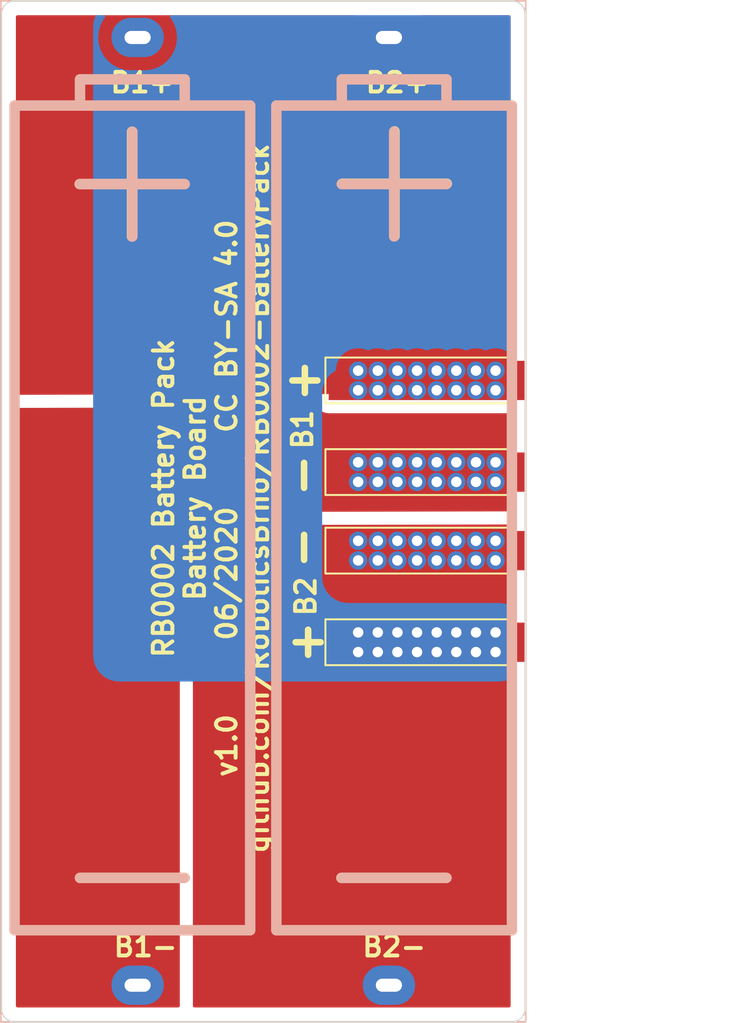
<source format=kicad_pcb>
(kicad_pcb (version 20171130) (host pcbnew 5.1.4+dfsg1-1)

  (general
    (thickness 1.6)
    (drawings 109)
    (tracks 64)
    (zones 0)
    (modules 5)
    (nets 5)
  )

  (page A4)
  (layers
    (0 F.Cu signal)
    (31 B.Cu signal)
    (32 B.Adhes user)
    (33 F.Adhes user)
    (34 B.Paste user)
    (35 F.Paste user)
    (36 B.SilkS user)
    (37 F.SilkS user)
    (38 B.Mask user)
    (39 F.Mask user)
    (40 Dwgs.User user)
    (41 Cmts.User user)
    (42 Eco1.User user)
    (43 Eco2.User user)
    (44 Edge.Cuts user)
    (45 Margin user)
    (46 B.CrtYd user)
    (47 F.CrtYd user)
    (48 B.Fab user)
    (49 F.Fab user)
  )

  (setup
    (last_trace_width 0.25)
    (trace_clearance 0.2)
    (zone_clearance 0.508)
    (zone_45_only no)
    (trace_min 0.2)
    (via_size 0.8)
    (via_drill 0.4)
    (via_min_size 0.4)
    (via_min_drill 0.3)
    (uvia_size 0.3)
    (uvia_drill 0.1)
    (uvias_allowed no)
    (uvia_min_size 0.2)
    (uvia_min_drill 0.1)
    (edge_width 0.05)
    (segment_width 0.2)
    (pcb_text_width 0.3)
    (pcb_text_size 1.5 1.5)
    (mod_edge_width 0.12)
    (mod_text_size 1 1)
    (mod_text_width 0.15)
    (pad_size 1.524 1.524)
    (pad_drill 0.762)
    (pad_to_mask_clearance 0.051)
    (solder_mask_min_width 0.25)
    (aux_axis_origin 0 0)
    (visible_elements FFFFFF7F)
    (pcbplotparams
      (layerselection 0x010fc_ffffffff)
      (usegerberextensions false)
      (usegerberattributes false)
      (usegerberadvancedattributes false)
      (creategerberjobfile false)
      (excludeedgelayer true)
      (linewidth 0.150000)
      (plotframeref false)
      (viasonmask false)
      (mode 1)
      (useauxorigin false)
      (hpglpennumber 1)
      (hpglpenspeed 20)
      (hpglpendiameter 15.000000)
      (psnegative false)
      (psa4output false)
      (plotreference true)
      (plotvalue true)
      (plotinvisibletext false)
      (padsonsilk false)
      (subtractmaskfromsilk false)
      (outputformat 1)
      (mirror false)
      (drillshape 1)
      (scaleselection 1)
      (outputdirectory ""))
  )

  (net 0 "")
  (net 1 Board_1-/BP_B1+)
  (net 2 Board_1-/BP_B1-)
  (net 3 Board_1-/BP_B2+)
  (net 4 Board_1-/BP_B2-)

  (net_class Default "This is the default net class."
    (clearance 0.2)
    (trace_width 0.25)
    (via_dia 0.8)
    (via_drill 0.4)
    (uvia_dia 0.3)
    (uvia_drill 0.1)
    (add_net Board_1-/BP_B1+)
    (add_net Board_1-/BP_B1-)
    (add_net Board_1-/BP_B2+)
    (add_net Board_1-/BP_B2-)
  )

  (module batteryPack:2mm_Banana-Socket (layer F.Cu) (tedit 5E838ADF) (tstamp 5FD141FB)
    (at 165 111 270)
    (path /5E83AEC8)
    (fp_text reference J9 (at 0 16.5 90) (layer F.SilkS) hide
      (effects (font (size 1 1) (thickness 0.15)))
    )
    (fp_text value B2+ (at 0 -1.25 90) (layer F.Fab)
      (effects (font (size 1 1) (thickness 0.15)))
    )
    (fp_line (start 1.75 15.25) (end 1.75 1) (layer F.SilkS) (width 0.15))
    (fp_line (start -1.75 15.25) (end 1.75 15.25) (layer F.SilkS) (width 0.15))
    (fp_line (start -1.75 1) (end -1.75 15.25) (layer F.SilkS) (width 0.15))
    (fp_circle (center 0 11) (end 0.25 11.25) (layer Dwgs.User) (width 0.12))
    (fp_line (start -1.25 15) (end -1.25 0) (layer Dwgs.User) (width 0.12))
    (fp_line (start 1.25 15) (end -1.25 15) (layer Dwgs.User) (width 0.12))
    (fp_line (start 1.25 0) (end 1.25 15) (layer Dwgs.User) (width 0.12))
    (fp_line (start -1.25 0) (end 1.25 0) (layer Dwgs.User) (width 0.12))
    (pad 1 smd rect (at 0 7.5 270) (size 3 15) (layers F.Cu F.Paste F.Mask)
      (net 3 Board_1-/BP_B2+))
  )

  (module batteryPack:2mm_Banana-Socket (layer F.Cu) (tedit 5E838ADF) (tstamp 5FD141EF)
    (at 165 91 270)
    (path /5E83A998)
    (fp_text reference J10 (at 0 16.5 90) (layer F.SilkS) hide
      (effects (font (size 1 1) (thickness 0.15)))
    )
    (fp_text value B1+ (at 0 -1.25 90) (layer F.Fab)
      (effects (font (size 1 1) (thickness 0.15)))
    )
    (fp_line (start 1.75 15.25) (end 1.75 1) (layer F.SilkS) (width 0.15))
    (fp_line (start -1.75 15.25) (end 1.75 15.25) (layer F.SilkS) (width 0.15))
    (fp_line (start -1.75 1) (end -1.75 15.25) (layer F.SilkS) (width 0.15))
    (fp_circle (center 0 11) (end 0.25 11.25) (layer Dwgs.User) (width 0.12))
    (fp_line (start -1.25 15) (end -1.25 0) (layer Dwgs.User) (width 0.12))
    (fp_line (start 1.25 15) (end -1.25 15) (layer Dwgs.User) (width 0.12))
    (fp_line (start 1.25 0) (end 1.25 15) (layer Dwgs.User) (width 0.12))
    (fp_line (start -1.25 0) (end 1.25 0) (layer Dwgs.User) (width 0.12))
    (pad 1 smd rect (at 0 7.5 270) (size 3 15) (layers F.Cu F.Paste F.Mask)
      (net 1 Board_1-/BP_B1+))
  )

  (module batteryPack:2mm_Banana-Socket (layer F.Cu) (tedit 5E838ADF) (tstamp 5FD141E3)
    (at 165 98 270)
    (path /5E83B363)
    (fp_text reference J11 (at 0 16.5 90) (layer F.SilkS) hide
      (effects (font (size 1 1) (thickness 0.15)))
    )
    (fp_text value B1- (at 0 -1.25 90) (layer F.Fab)
      (effects (font (size 1 1) (thickness 0.15)))
    )
    (fp_line (start 1.75 15.25) (end 1.75 1) (layer F.SilkS) (width 0.15))
    (fp_line (start -1.75 15.25) (end 1.75 15.25) (layer F.SilkS) (width 0.15))
    (fp_line (start -1.75 1) (end -1.75 15.25) (layer F.SilkS) (width 0.15))
    (fp_circle (center 0 11) (end 0.25 11.25) (layer Dwgs.User) (width 0.12))
    (fp_line (start -1.25 15) (end -1.25 0) (layer Dwgs.User) (width 0.12))
    (fp_line (start 1.25 15) (end -1.25 15) (layer Dwgs.User) (width 0.12))
    (fp_line (start 1.25 0) (end 1.25 15) (layer Dwgs.User) (width 0.12))
    (fp_line (start -1.25 0) (end 1.25 0) (layer Dwgs.User) (width 0.12))
    (pad 1 smd rect (at 0 7.5 270) (size 3 15) (layers F.Cu F.Paste F.Mask)
      (net 2 Board_1-/BP_B1-))
  )

  (module batteryPack:2mm_Banana-Socket (layer F.Cu) (tedit 5E838ADF) (tstamp 5FD141D7)
    (at 165 104 270)
    (path /5E83B842)
    (fp_text reference J12 (at 0 16.5 90) (layer F.SilkS) hide
      (effects (font (size 1 1) (thickness 0.15)))
    )
    (fp_text value B2- (at 0 -1.25 90) (layer F.Fab)
      (effects (font (size 1 1) (thickness 0.15)))
    )
    (fp_line (start 1.75 15.25) (end 1.75 1) (layer F.SilkS) (width 0.15))
    (fp_line (start -1.75 15.25) (end 1.75 15.25) (layer F.SilkS) (width 0.15))
    (fp_line (start -1.75 1) (end -1.75 15.25) (layer F.SilkS) (width 0.15))
    (fp_circle (center 0 11) (end 0.25 11.25) (layer Dwgs.User) (width 0.12))
    (fp_line (start -1.25 15) (end -1.25 0) (layer Dwgs.User) (width 0.12))
    (fp_line (start 1.25 15) (end -1.25 15) (layer Dwgs.User) (width 0.12))
    (fp_line (start 1.25 0) (end 1.25 15) (layer Dwgs.User) (width 0.12))
    (fp_line (start -1.25 0) (end 1.25 0) (layer Dwgs.User) (width 0.12))
    (pad 1 smd rect (at 0 7.5 270) (size 3 15) (layers F.Cu F.Paste F.Mask)
      (net 4 Board_1-/BP_B2-))
  )

  (module batteryPack:BAT_BK-18650-PC4 (layer B.Cu) (tedit 5EEA42C1) (tstamp 5FD141C8)
    (at 145 101 270)
    (path /5E837B36)
    (fp_text reference BT1 (at -36.195 19.05 90) (layer B.SilkS) hide
      (effects (font (size 1 1) (thickness 0.15)) (justify mirror))
    )
    (fp_text value BK-18650-PC4 (at -28.84 -19.05 90) (layer B.Fab)
      (effects (font (size 1 1) (thickness 0.015)) (justify mirror))
    )
    (fp_line (start -39 20.05) (end 39 20.05) (layer B.SilkS) (width 0.127))
    (fp_line (start 39 20.05) (end 39 -20.05) (layer B.SilkS) (width 0.127))
    (fp_line (start 39 -20.05) (end -39 -20.05) (layer B.SilkS) (width 0.127))
    (fp_line (start -39 -20.05) (end -39 20.05) (layer B.SilkS) (width 0.127))
    (fp_line (start -39 20.05) (end 39 20.05) (layer B.Fab) (width 0.127))
    (fp_line (start 39 20.05) (end 39 -20.05) (layer B.Fab) (width 0.127))
    (fp_line (start 39 -20.05) (end -39 -20.05) (layer B.Fab) (width 0.127))
    (fp_line (start -39 -20.05) (end -39 20.05) (layer B.Fab) (width 0.127))
    (pad 1+ thru_hole oval (at -36.2 9.6 270) (size 3 4) (drill oval 1 2) (layers *.Cu *.Mask)
      (net 1 Board_1-/BP_B1+))
    (pad 1 thru_hole oval (at 36.2 9.6 270) (size 3 4) (drill oval 1 2) (layers *.Cu *.Mask)
      (net 2 Board_1-/BP_B1-))
    (pad 2 thru_hole oval (at 36.2 -9.6 270) (size 3 4) (drill oval 1 2) (layers *.Cu *.Mask)
      (net 4 Board_1-/BP_B2-))
    (pad 2+ thru_hole oval (at -36.2 -9.6 270) (size 3 4) (drill oval 1 2) (layers *.Cu *.Mask)
      (net 3 Board_1-/BP_B2+))
    (model C:/Users/mp363/Desktop/BK-18650-PC4/BAT_BK-18650-PC4.step
      (at (xyz 0 0 0))
      (scale (xyz 1 1 1))
      (rotate (xyz -90 0 -90))
    )
  )

  (gr_line (start 164.1046 139.9955) (end 164 140.001) (layer Edge.Cuts) (width 0.1))
  (gr_line (start 164.2081 139.9791) (end 164.1046 139.9955) (layer Edge.Cuts) (width 0.1))
  (gr_line (start 164.3093 139.952) (end 164.2081 139.9791) (layer Edge.Cuts) (width 0.1))
  (gr_line (start 164.4071 139.9145) (end 164.3093 139.952) (layer Edge.Cuts) (width 0.1))
  (gr_line (start 164.5005 139.8669) (end 164.4071 139.9145) (layer Edge.Cuts) (width 0.1))
  (gr_line (start 164.5883 139.8099) (end 164.5005 139.8669) (layer Edge.Cuts) (width 0.1))
  (gr_line (start 164.6698 139.7439) (end 164.5883 139.8099) (layer Edge.Cuts) (width 0.1))
  (gr_line (start 164.7439 139.6698) (end 164.6698 139.7439) (layer Edge.Cuts) (width 0.1))
  (gr_line (start 164.8099 139.5883) (end 164.7439 139.6698) (layer Edge.Cuts) (width 0.1))
  (gr_line (start 164.8669 139.5005) (end 164.8099 139.5883) (layer Edge.Cuts) (width 0.1))
  (gr_line (start 164.9145 139.4071) (end 164.8669 139.5005) (layer Edge.Cuts) (width 0.1))
  (gr_line (start 164.952 139.3093) (end 164.9145 139.4071) (layer Edge.Cuts) (width 0.1))
  (gr_line (start 164.9791 139.2081) (end 164.952 139.3093) (layer Edge.Cuts) (width 0.1))
  (gr_line (start 164.9955 139.1046) (end 164.9791 139.2081) (layer Edge.Cuts) (width 0.1))
  (gr_line (start 165.001 139) (end 164.9955 139.1046) (layer Edge.Cuts) (width 0.1))
  (gr_line (start 165.001 63) (end 165.001 139) (layer Edge.Cuts) (width 0.1))
  (gr_line (start 164.9955 62.8953) (end 165.001 63) (layer Edge.Cuts) (width 0.1))
  (gr_line (start 164.9791 62.7918) (end 164.9955 62.8953) (layer Edge.Cuts) (width 0.1))
  (gr_line (start 164.952 62.6906) (end 164.9791 62.7918) (layer Edge.Cuts) (width 0.1))
  (gr_line (start 164.9144 62.5928) (end 164.952 62.6906) (layer Edge.Cuts) (width 0.1))
  (gr_line (start 164.8669 62.4995) (end 164.9144 62.5928) (layer Edge.Cuts) (width 0.1))
  (gr_line (start 164.8099 62.4117) (end 164.8669 62.4995) (layer Edge.Cuts) (width 0.1))
  (gr_line (start 164.7439 62.3302) (end 164.8099 62.4117) (layer Edge.Cuts) (width 0.1))
  (gr_line (start 164.6698 62.2561) (end 164.7439 62.3302) (layer Edge.Cuts) (width 0.1))
  (gr_line (start 164.5884 62.1902) (end 164.6698 62.2561) (layer Edge.Cuts) (width 0.1))
  (gr_line (start 164.5005 62.1331) (end 164.5884 62.1902) (layer Edge.Cuts) (width 0.1))
  (gr_line (start 164.4071 62.0855) (end 164.5005 62.1331) (layer Edge.Cuts) (width 0.1))
  (gr_line (start 164.3093 62.048) (end 164.4071 62.0855) (layer Edge.Cuts) (width 0.1))
  (gr_line (start 164.2081 62.0209) (end 164.3093 62.048) (layer Edge.Cuts) (width 0.1))
  (gr_line (start 164.1047 62.0045) (end 164.2081 62.0209) (layer Edge.Cuts) (width 0.1))
  (gr_line (start 164 61.999) (end 164.1047 62.0045) (layer Edge.Cuts) (width 0.1))
  (gr_line (start 126 61.999) (end 164 61.999) (layer Edge.Cuts) (width 0.1))
  (gr_line (start 125.8953 62.0045) (end 126 61.999) (layer Edge.Cuts) (width 0.1))
  (gr_line (start 125.7918 62.0209) (end 125.8953 62.0045) (layer Edge.Cuts) (width 0.1))
  (gr_line (start 125.6906 62.048) (end 125.7918 62.0209) (layer Edge.Cuts) (width 0.1))
  (gr_line (start 125.5928 62.0856) (end 125.6906 62.048) (layer Edge.Cuts) (width 0.1))
  (gr_line (start 125.4995 62.1331) (end 125.5928 62.0856) (layer Edge.Cuts) (width 0.1))
  (gr_line (start 125.4117 62.1901) (end 125.4995 62.1331) (layer Edge.Cuts) (width 0.1))
  (gr_line (start 125.3302 62.2561) (end 125.4117 62.1901) (layer Edge.Cuts) (width 0.1))
  (gr_line (start 125.2561 62.3302) (end 125.3302 62.2561) (layer Edge.Cuts) (width 0.1))
  (gr_line (start 125.1902 62.4116) (end 125.2561 62.3302) (layer Edge.Cuts) (width 0.1))
  (gr_line (start 125.1331 62.4995) (end 125.1902 62.4116) (layer Edge.Cuts) (width 0.1))
  (gr_line (start 125.0856 62.5928) (end 125.1331 62.4995) (layer Edge.Cuts) (width 0.1))
  (gr_line (start 125.048 62.6907) (end 125.0856 62.5928) (layer Edge.Cuts) (width 0.1))
  (gr_line (start 125.0209 62.7918) (end 125.048 62.6907) (layer Edge.Cuts) (width 0.1))
  (gr_line (start 125.0045 62.8953) (end 125.0209 62.7918) (layer Edge.Cuts) (width 0.1))
  (gr_line (start 124.999 63) (end 125.0045 62.8953) (layer Edge.Cuts) (width 0.1))
  (gr_line (start 124.999 139) (end 124.999 63) (layer Edge.Cuts) (width 0.1))
  (gr_line (start 125.0045 139.1047) (end 124.999 139) (layer Edge.Cuts) (width 0.1))
  (gr_line (start 125.0209 139.2082) (end 125.0045 139.1047) (layer Edge.Cuts) (width 0.1))
  (gr_line (start 125.048 139.3094) (end 125.0209 139.2082) (layer Edge.Cuts) (width 0.1))
  (gr_line (start 125.0856 139.4072) (end 125.048 139.3094) (layer Edge.Cuts) (width 0.1))
  (gr_line (start 125.1331 139.5005) (end 125.0856 139.4072) (layer Edge.Cuts) (width 0.1))
  (gr_line (start 125.1901 139.5883) (end 125.1331 139.5005) (layer Edge.Cuts) (width 0.1))
  (gr_line (start 125.2561 139.6698) (end 125.1901 139.5883) (layer Edge.Cuts) (width 0.1))
  (gr_line (start 125.3302 139.7439) (end 125.2561 139.6698) (layer Edge.Cuts) (width 0.1))
  (gr_line (start 125.4117 139.8099) (end 125.3302 139.7439) (layer Edge.Cuts) (width 0.1))
  (gr_line (start 125.4995 139.8669) (end 125.4117 139.8099) (layer Edge.Cuts) (width 0.1))
  (gr_line (start 125.5929 139.9145) (end 125.4995 139.8669) (layer Edge.Cuts) (width 0.1))
  (gr_line (start 125.6907 139.952) (end 125.5929 139.9145) (layer Edge.Cuts) (width 0.1))
  (gr_line (start 125.7919 139.9791) (end 125.6907 139.952) (layer Edge.Cuts) (width 0.1))
  (gr_line (start 125.8953 139.9955) (end 125.7919 139.9791) (layer Edge.Cuts) (width 0.1))
  (gr_line (start 126 140.001) (end 125.8953 139.9955) (layer Edge.Cuts) (width 0.1))
  (gr_line (start 164 140.001) (end 126 140.001) (layer Edge.Cuts) (width 0.1))
  (gr_text + (at 148 91 90) (layer F.SilkS) (tstamp 5FD14277)
    (effects (font (size 2.5 2.5) (thickness 0.5)))
  )
  (gr_text _ (at 146.75 98.25 90) (layer F.SilkS) (tstamp 5FD14276)
    (effects (font (size 2.5 2.5) (thickness 0.5)))
  )
  (gr_text _ (at 146.75 103.75 90) (layer F.SilkS) (tstamp 5FD14275)
    (effects (font (size 2.5 2.5) (thickness 0.5)))
  )
  (gr_text + (at 148.25 111 90) (layer F.SilkS) (tstamp 5FD14274)
    (effects (font (size 2.5 2.5) (thickness 0.5)))
  )
  (gr_text B2 (at 148.25 107.5 90) (layer F.SilkS) (tstamp 5FD14273)
    (effects (font (size 1.5 1.5) (thickness 0.3)))
  )
  (gr_text B1 (at 148 94.75 90) (layer F.SilkS) (tstamp 5FD14272)
    (effects (font (size 1.5 1.5) (thickness 0.3)))
  )
  (gr_text B1+ (at 135.75 68.25) (layer F.SilkS) (tstamp 5FD14271)
    (effects (font (size 1.5 1.5) (thickness 0.3)))
  )
  (gr_text B2+ (at 155.25 68.25) (layer F.SilkS) (tstamp 5FD14270)
    (effects (font (size 1.5 1.5) (thickness 0.3)))
  )
  (gr_text B2- (at 155 134.25) (layer F.SilkS) (tstamp 5FD1426F)
    (effects (font (size 1.5 1.5) (thickness 0.3)))
  )
  (gr_text B1- (at 136 134.25) (layer F.SilkS) (tstamp 5FD1426E)
    (effects (font (size 1.5 1.5) (thickness 0.3)))
  )
  (gr_line (start 164 70) (end 164 133) (layer B.SilkS) (width 0.8) (tstamp 5FD1426D))
  (gr_line (start 151 76) (end 159 76) (layer B.SilkS) (width 0.8) (tstamp 5FD1426C))
  (gr_line (start 159 68) (end 159 70) (layer B.SilkS) (width 0.8) (tstamp 5FD1426B))
  (gr_line (start 155 72) (end 155 80) (layer B.SilkS) (width 0.8) (tstamp 5FD1426A))
  (gr_line (start 151 68) (end 159 68) (layer B.SilkS) (width 0.8) (tstamp 5FD14269))
  (gr_line (start 151 70) (end 151 68) (layer B.SilkS) (width 0.8) (tstamp 5FD14268))
  (gr_line (start 146 133) (end 146 70) (layer B.SilkS) (width 0.8) (tstamp 5FD14267))
  (gr_line (start 164 133) (end 146 133) (layer B.SilkS) (width 0.8) (tstamp 5FD14266))
  (gr_line (start 146 70) (end 164 70) (layer B.SilkS) (width 0.8) (tstamp 5FD14265))
  (gr_line (start 151 129) (end 159 129) (layer B.SilkS) (width 0.8) (tstamp 5FD14264))
  (gr_line (start 131 76) (end 139 76) (layer B.SilkS) (width 0.8) (tstamp 5FD14263))
  (gr_line (start 135 72) (end 135 80) (layer B.SilkS) (width 0.8) (tstamp 5FD14262))
  (gr_line (start 126 70) (end 144 70) (layer B.SilkS) (width 0.8) (tstamp 5FD14261))
  (gr_line (start 131 68) (end 139 68) (layer B.SilkS) (width 0.8) (tstamp 5FD14260))
  (gr_line (start 126 133) (end 126 70) (layer B.SilkS) (width 0.8) (tstamp 5FD1425F))
  (gr_line (start 144 70) (end 144 133) (layer B.SilkS) (width 0.8) (tstamp 5FD1425E))
  (gr_line (start 144 133) (end 126 133) (layer B.SilkS) (width 0.8) (tstamp 5FD1425D))
  (gr_line (start 131 129) (end 139 129) (layer B.SilkS) (width 0.8) (tstamp 5FD1425C))
  (gr_line (start 139 68) (end 139 70) (layer B.SilkS) (width 0.8) (tstamp 5FD1425B))
  (gr_line (start 131 70) (end 131 68) (layer B.SilkS) (width 0.8) (tstamp 5FD1425A))
  (gr_text "RB0002 Battery Pack\nBattery Board\nv1.0     06/2020     CC BY-SA 4.0\ngithub.com/RoboticsBrno/RB0002-BatteryPack" (at 141 100 90) (layer F.SilkS) (tstamp 5FD14259)
    (effects (font (size 1.5 1.5) (thickness 0.3)))
  )
  (gr_line (start 168 84.5) (end 163.5 84.5) (layer Cmts.User) (width 0.3) (tstamp 5FD14258))
  (gr_line (start 168 117.75) (end 163.5 117.75) (layer Cmts.User) (width 0.3) (tstamp 5FD14257))
  (gr_line (start 168 134) (end 163.5 134) (layer Cmts.User) (width 0.3) (tstamp 5FD14256))
  (gr_line (start 168 68) (end 163.5 68) (layer Cmts.User) (width 0.3) (tstamp 5FD14255))
  (gr_text "Panel tab position" (at 175.5 68) (layer Cmts.User) (tstamp 5FD14254)
    (effects (font (size 1 1) (thickness 0.15)))
  )
  (gr_text "Panel tab position" (at 175.5 84.5) (layer Cmts.User) (tstamp 5FD14253)
    (effects (font (size 1 1) (thickness 0.15)))
  )
  (gr_text "Panel tab position" (at 175.25 117.75) (layer Cmts.User) (tstamp 5FD14252)
    (effects (font (size 1 1) (thickness 0.15)))
  )
  (gr_text "Panel tab position" (at 175.5 134) (layer Cmts.User) (tstamp 5FD14251)
    (effects (font (size 1 1) (thickness 0.15)))
  )
  (gr_line (start 130.975 76) (end 138.975 76) (layer F.SilkS) (width 0.8) (tstamp 5FD14250))
  (gr_line (start 134.975 80) (end 134.975 72) (layer F.SilkS) (width 0.8) (tstamp 5FD1424F))
  (gr_line (start 155.025 79.975) (end 155.025 71.975) (layer F.SilkS) (width 0.8) (tstamp 5FD1424E))
  (gr_line (start 151.025 75.975) (end 159.025 75.975) (layer F.SilkS) (width 0.8) (tstamp 5FD1424D))
  (gr_line (start 150.975 129) (end 158.975 129) (layer F.SilkS) (width 0.8) (tstamp 5FD1424C))
  (gr_line (start 131 129) (end 139 129) (layer F.SilkS) (width 0.8) (tstamp 5FD1424B))

  (via (at 162.75 90.25) (size 1.4) (drill 0.8) (layers F.Cu B.Cu) (net 1) (tstamp 5FD14237))
  (via (at 162.75 91.75) (size 1.4) (drill 0.8) (layers F.Cu B.Cu) (net 1) (tstamp 5FD14238))
  (via (at 161.25 90.25) (size 1.4) (drill 0.8) (layers F.Cu B.Cu) (net 1) (tstamp 5FD14239))
  (via (at 161.25 91.75) (size 1.4) (drill 0.8) (layers F.Cu B.Cu) (net 1) (tstamp 5FD1423A))
  (via (at 159.75 91.75) (size 1.4) (drill 0.8) (layers F.Cu B.Cu) (net 1) (tstamp 5FD1423B))
  (via (at 159.75 90.25) (size 1.4) (drill 0.8) (layers F.Cu B.Cu) (net 1) (tstamp 5FD1423C))
  (via (at 158.25 91.75) (size 1.4) (drill 0.8) (layers F.Cu B.Cu) (net 1) (tstamp 5FD1423D))
  (via (at 158.25 90.25) (size 1.4) (drill 0.8) (layers F.Cu B.Cu) (net 1) (tstamp 5FD1423E))
  (via (at 156.75 90.25) (size 1.4) (drill 0.8) (layers F.Cu B.Cu) (net 1) (tstamp 5FD1423F))
  (via (at 156.75 91.75) (size 1.4) (drill 0.8) (layers F.Cu B.Cu) (net 1) (tstamp 5FD14240))
  (via (at 155.25 90.25) (size 1.4) (drill 0.8) (layers F.Cu B.Cu) (net 1) (tstamp 5FD14241))
  (via (at 155.25 91.75) (size 1.4) (drill 0.8) (layers F.Cu B.Cu) (net 1) (tstamp 5FD14242))
  (via (at 153.75 90.25) (size 1.4) (drill 0.8) (layers F.Cu B.Cu) (net 1) (tstamp 5FD14243))
  (via (at 153.75 91.75) (size 1.4) (drill 0.8) (layers F.Cu B.Cu) (net 1) (tstamp 5FD14244))
  (via (at 152.25 91.75) (size 1.4) (drill 0.8) (layers F.Cu B.Cu) (net 1) (tstamp 5FD14245))
  (via (at 152.25 90.25) (size 1.4) (drill 0.8) (layers F.Cu B.Cu) (net 1) (tstamp 5FD14246))
  (via (at 162.75 98.75) (size 1.4) (drill 0.8) (layers F.Cu B.Cu) (net 2) (tstamp 5FD14227))
  (via (at 162.75 97.25) (size 1.4) (drill 0.8) (layers F.Cu B.Cu) (net 2) (tstamp 5FD14228))
  (via (at 161.25 98.75) (size 1.4) (drill 0.8) (layers F.Cu B.Cu) (net 2) (tstamp 5FD14229))
  (via (at 159.75 98.75) (size 1.4) (drill 0.8) (layers F.Cu B.Cu) (net 2) (tstamp 5FD1422A))
  (via (at 159.75 97.25) (size 1.4) (drill 0.8) (layers F.Cu B.Cu) (net 2) (tstamp 5FD1422B))
  (via (at 161.25 97.25) (size 1.4) (drill 0.8) (layers F.Cu B.Cu) (net 2) (tstamp 5FD1422C))
  (via (at 158.25 98.75) (size 1.4) (drill 0.8) (layers F.Cu B.Cu) (net 2) (tstamp 5FD1422D))
  (via (at 158.25 97.25) (size 1.4) (drill 0.8) (layers F.Cu B.Cu) (net 2) (tstamp 5FD1422E))
  (via (at 156.75 97.25) (size 1.4) (drill 0.8) (layers F.Cu B.Cu) (net 2) (tstamp 5FD1422F))
  (via (at 156.75 98.75) (size 1.4) (drill 0.8) (layers F.Cu B.Cu) (net 2) (tstamp 5FD14230))
  (via (at 155.25 98.75) (size 1.4) (drill 0.8) (layers F.Cu B.Cu) (net 2) (tstamp 5FD14231))
  (via (at 155.25 97.25) (size 1.4) (drill 0.8) (layers F.Cu B.Cu) (net 2) (tstamp 5FD14232))
  (via (at 153.75 97.25) (size 1.4) (drill 0.8) (layers F.Cu B.Cu) (net 2) (tstamp 5FD14233))
  (via (at 153.75 98.75) (size 1.4) (drill 0.8) (layers F.Cu B.Cu) (net 2) (tstamp 5FD14234))
  (via (at 152.25 98.75) (size 1.4) (drill 0.8) (layers F.Cu B.Cu) (net 2) (tstamp 5FD14235))
  (via (at 152.25 97.25) (size 1.4) (drill 0.8) (layers F.Cu B.Cu) (net 2) (tstamp 5FD14236))
  (via (at 162.75 110.25) (size 1.4) (drill 0.8) (layers F.Cu B.Cu) (net 3) (tstamp 5FD14207))
  (via (at 162.75 111.75) (size 1.4) (drill 0.8) (layers F.Cu B.Cu) (net 3) (tstamp 5FD14208))
  (via (at 159.75 111.75) (size 1.4) (drill 0.8) (layers F.Cu B.Cu) (net 3) (tstamp 5FD14209))
  (via (at 159.75 110.25) (size 1.4) (drill 0.8) (layers F.Cu B.Cu) (net 3) (tstamp 5FD1420A))
  (via (at 161.25 110.25) (size 1.4) (drill 0.8) (layers F.Cu B.Cu) (net 3) (tstamp 5FD1420B))
  (via (at 161.25 111.75) (size 1.4) (drill 0.8) (layers F.Cu B.Cu) (net 3) (tstamp 5FD1420C))
  (via (at 158.25 110.25) (size 1.4) (drill 0.8) (layers F.Cu B.Cu) (net 3) (tstamp 5FD1420D))
  (via (at 156.75 110.25) (size 1.4) (drill 0.8) (layers F.Cu B.Cu) (net 3) (tstamp 5FD1420E))
  (via (at 158.25 111.75) (size 1.4) (drill 0.8) (layers F.Cu B.Cu) (net 3) (tstamp 5FD1420F))
  (via (at 156.75 111.75) (size 1.4) (drill 0.8) (layers F.Cu B.Cu) (net 3) (tstamp 5FD14210))
  (via (at 155.25 111.75) (size 1.4) (drill 0.8) (layers F.Cu B.Cu) (net 3) (tstamp 5FD14211))
  (via (at 155.25 110.25) (size 1.4) (drill 0.8) (layers F.Cu B.Cu) (net 3) (tstamp 5FD14212))
  (via (at 153.75 110.25) (size 1.4) (drill 0.8) (layers F.Cu B.Cu) (net 3) (tstamp 5FD14213))
  (via (at 153.75 111.75) (size 1.4) (drill 0.8) (layers F.Cu B.Cu) (net 3) (tstamp 5FD14214))
  (via (at 152.25 110.25) (size 1.4) (drill 0.8) (layers F.Cu B.Cu) (net 3) (tstamp 5FD14215))
  (via (at 152.25 111.75) (size 1.4) (drill 0.8) (layers F.Cu B.Cu) (net 3) (tstamp 5FD14216))
  (via (at 162.75 103.25) (size 1.4) (drill 0.8) (layers F.Cu B.Cu) (net 4) (tstamp 5FD14217))
  (via (at 162.75 104.75) (size 1.4) (drill 0.8) (layers F.Cu B.Cu) (net 4) (tstamp 5FD14218))
  (via (at 161.25 103.25) (size 1.4) (drill 0.8) (layers F.Cu B.Cu) (net 4) (tstamp 5FD14219))
  (via (at 159.75 103.25) (size 1.4) (drill 0.8) (layers F.Cu B.Cu) (net 4) (tstamp 5FD1421A))
  (via (at 161.25 104.75) (size 1.4) (drill 0.8) (layers F.Cu B.Cu) (net 4) (tstamp 5FD1421B))
  (via (at 159.75 104.75) (size 1.4) (drill 0.8) (layers F.Cu B.Cu) (net 4) (tstamp 5FD1421C))
  (via (at 156.75 103.25) (size 1.4) (drill 0.8) (layers F.Cu B.Cu) (net 4) (tstamp 5FD1421D))
  (via (at 156.75 104.75) (size 1.4) (drill 0.8) (layers F.Cu B.Cu) (net 4) (tstamp 5FD1421E))
  (via (at 158.25 104.75) (size 1.4) (drill 0.8) (layers F.Cu B.Cu) (net 4) (tstamp 5FD1421F))
  (via (at 158.25 103.25) (size 1.4) (drill 0.8) (layers F.Cu B.Cu) (net 4) (tstamp 5FD14220))
  (via (at 153.75 104.75) (size 1.4) (drill 0.8) (layers F.Cu B.Cu) (net 4) (tstamp 5FD14221))
  (via (at 155.25 104.75) (size 1.4) (drill 0.8) (layers F.Cu B.Cu) (net 4) (tstamp 5FD14222))
  (via (at 153.75 103.25) (size 1.4) (drill 0.8) (layers F.Cu B.Cu) (net 4) (tstamp 5FD14223))
  (via (at 155.25 103.25) (size 1.4) (drill 0.8) (layers F.Cu B.Cu) (net 4) (tstamp 5FD14224))
  (via (at 152.25 104.75) (size 1.4) (drill 0.8) (layers F.Cu B.Cu) (net 4) (tstamp 5FD14225))
  (via (at 152.25 103.25) (size 1.4) (drill 0.8) (layers F.Cu B.Cu) (net 4) (tstamp 5FD14226))

  (zone (net 1) (net_name Board_1-/BP_B1+) (layer F.Cu) (tstamp 5FD14247) (hatch edge 0.508)
    (priority 1)
    (connect_pads yes (clearance 1))
    (min_thickness 0.254)
    (fill yes (arc_segments 32) (thermal_gap 0.508) (thermal_bridge_width 1) (smoothing fillet) (radius 1))
    (polygon
      (pts
        (xy 165 93) (xy 125.9 93.375) (xy 125.9 62.375) (xy 165 62)
      )
    )
    (filled_polygon
      (pts
        (xy 151.905161 63.333456) (xy 151.661226 63.789827) (xy 151.511011 64.285018) (xy 151.46029 64.8) (xy 151.511011 65.314982)
        (xy 151.661226 65.810173) (xy 151.905161 66.266544) (xy 152.233443 66.666557) (xy 152.633456 66.994839) (xy 153.089827 67.238774)
        (xy 153.585018 67.388989) (xy 153.970952 67.427) (xy 155.229048 67.427) (xy 155.614982 67.388989) (xy 156.110173 67.238774)
        (xy 156.566544 66.994839) (xy 156.966557 66.666557) (xy 157.294839 66.266544) (xy 157.538774 65.810173) (xy 157.688989 65.314982)
        (xy 157.73971 64.8) (xy 157.688989 64.285018) (xy 157.538774 63.789827) (xy 157.294839 63.333456) (xy 157.207473 63.227)
        (xy 163.773 63.227) (xy 163.773 91.876086) (xy 126.227 91.9706) (xy 126.227 63.227) (xy 151.992527 63.227)
      )
    )
  )
  (zone (net 2) (net_name Board_1-/BP_B1-) (layer F.Cu) (tstamp 5FD14248) (hatch edge 0.508)
    (priority 2)
    (connect_pads yes (clearance 1))
    (min_thickness 0.254)
    (fill yes (arc_segments 32) (thermal_gap 0.508) (thermal_bridge_width 1) (smoothing fillet))
    (polygon
      (pts
        (xy 125.275 93.1) (xy 165 93) (xy 165 140) (xy 125.275 140.1)
      )
    )
    (filled_polygon
      (pts
        (xy 149.199235 93.300765) (xy 149.370843 93.4416) (xy 149.566629 93.54625) (xy 149.779069 93.610693) (xy 150 93.632453)
        (xy 163.773 93.632453) (xy 163.773 100.875415) (xy 139.622779 100.923002) (xy 139.405133 100.944655) (xy 139.193716 101.008788)
        (xy 138.998872 101.112934) (xy 138.828091 101.253091) (xy 138.687934 101.423872) (xy 138.583788 101.618716) (xy 138.519655 101.830133)
        (xy 138.498 102.05) (xy 138.498 138.773) (xy 126.227 138.773) (xy 126.227 93.224604) (xy 149.0895 93.167053)
      )
    )
  )
  (zone (net 4) (net_name Board_1-/BP_B2-) (layer F.Cu) (tstamp 5FD14249) (hatch edge 0.508)
    (priority 3)
    (connect_pads yes (clearance 1))
    (min_thickness 0.254)
    (fill yes (arc_segments 32) (thermal_gap 0.508) (thermal_bridge_width 1) (smoothing fillet))
    (polygon
      (pts
        (xy 165 140) (xy 165 102) (xy 139.625 102.05) (xy 139.625 140.05)
      )
    )
    (filled_polygon
      (pts
        (xy 163.773001 108.367547) (xy 150 108.367547) (xy 149.779069 108.389307) (xy 149.566629 108.45375) (xy 149.370843 108.5584)
        (xy 149.199235 108.699235) (xy 149.0584 108.870843) (xy 148.95375 109.066629) (xy 148.889307 109.279069) (xy 148.867547 109.5)
        (xy 148.867547 112.5) (xy 148.889307 112.720931) (xy 148.95375 112.933371) (xy 149.0584 113.129157) (xy 149.199235 113.300765)
        (xy 149.370843 113.4416) (xy 149.566629 113.54625) (xy 149.779069 113.610693) (xy 150 113.632453) (xy 163.773001 113.632453)
        (xy 163.773001 138.773) (xy 139.752 138.773) (xy 139.752 102.17675) (xy 163.773001 102.129418)
      )
    )
  )
  (zone (net 3) (net_name Board_1-/BP_B2+) (layer B.Cu) (tstamp 5FD1424A) (hatch edge 0.508)
    (priority 3)
    (connect_pads yes (clearance 1))
    (min_thickness 0.254)
    (fill yes (arc_segments 32) (thermal_gap 0.508) (thermal_bridge_width 1) (smoothing fillet) (radius 2))
    (polygon
      (pts
        (xy 132 62) (xy 132 114) (xy 165 114) (xy 165 108) (xy 149.5 108)
        (xy 149.5 90) (xy 165 90) (xy 165 62)
      )
    )
    (filled_polygon
      (pts
        (xy 132.705161 63.333456) (xy 132.461226 63.789827) (xy 132.311011 64.285018) (xy 132.26029 64.8) (xy 132.311011 65.314982)
        (xy 132.461226 65.810173) (xy 132.705161 66.266544) (xy 133.033443 66.666557) (xy 133.433456 66.994839) (xy 133.889827 67.238774)
        (xy 134.385018 67.388989) (xy 134.770952 67.427) (xy 136.029048 67.427) (xy 136.414982 67.388989) (xy 136.910173 67.238774)
        (xy 137.366544 66.994839) (xy 137.766557 66.666557) (xy 138.094839 66.266544) (xy 138.338774 65.810173) (xy 138.488989 65.314982)
        (xy 138.53971 64.8) (xy 138.488989 64.285018) (xy 138.338774 63.789827) (xy 138.094839 63.333456) (xy 138.007473 63.227)
        (xy 163.773 63.227) (xy 163.773 88.736233) (xy 163.615409 88.630934) (xy 163.282916 88.493211) (xy 162.929944 88.423)
        (xy 162.570056 88.423) (xy 162.217084 88.493211) (xy 162 88.58313) (xy 161.782916 88.493211) (xy 161.429944 88.423)
        (xy 161.070056 88.423) (xy 160.717084 88.493211) (xy 160.5 88.58313) (xy 160.282916 88.493211) (xy 159.929944 88.423)
        (xy 159.570056 88.423) (xy 159.217084 88.493211) (xy 159 88.58313) (xy 158.782916 88.493211) (xy 158.429944 88.423)
        (xy 158.070056 88.423) (xy 157.717084 88.493211) (xy 157.5 88.58313) (xy 157.282916 88.493211) (xy 156.929944 88.423)
        (xy 156.570056 88.423) (xy 156.217084 88.493211) (xy 156 88.58313) (xy 155.782916 88.493211) (xy 155.429944 88.423)
        (xy 155.070056 88.423) (xy 154.717084 88.493211) (xy 154.5 88.58313) (xy 154.282916 88.493211) (xy 153.929944 88.423)
        (xy 153.570056 88.423) (xy 153.217084 88.493211) (xy 153 88.58313) (xy 152.782916 88.493211) (xy 152.429944 88.423)
        (xy 152.070056 88.423) (xy 151.717084 88.493211) (xy 151.384591 88.630934) (xy 151.085355 88.830876) (xy 150.830876 89.085355)
        (xy 150.630934 89.384591) (xy 150.493211 89.717084) (xy 150.423 90.070056) (xy 150.423 90.170455) (xy 150.357853 90.206028)
        (xy 150.34261 90.215824) (xy 150.114171 90.386832) (xy 150.100476 90.398698) (xy 149.898698 90.600476) (xy 149.886832 90.614171)
        (xy 149.715824 90.84261) (xy 149.706028 90.857853) (xy 149.569271 91.108305) (xy 149.561743 91.124788) (xy 149.462021 91.392153)
        (xy 149.456916 91.409539) (xy 149.396259 91.688374) (xy 149.393681 91.70631) (xy 149.373324 91.99094) (xy 149.373 92)
        (xy 149.373 106) (xy 149.373324 106.00906) (xy 149.393681 106.29369) (xy 149.396259 106.311626) (xy 149.456916 106.590461)
        (xy 149.462021 106.607847) (xy 149.561743 106.875212) (xy 149.569271 106.891695) (xy 149.706028 107.142147) (xy 149.715824 107.15739)
        (xy 149.886832 107.385829) (xy 149.898698 107.399524) (xy 150.100476 107.601302) (xy 150.114171 107.613168) (xy 150.34261 107.784176)
        (xy 150.357853 107.793972) (xy 150.608305 107.930729) (xy 150.624788 107.938257) (xy 150.892153 108.037979) (xy 150.909539 108.043084)
        (xy 151.188374 108.103741) (xy 151.20631 108.106319) (xy 151.49094 108.126676) (xy 151.5 108.127) (xy 162.99547 108.127)
        (xy 163.266504 108.146385) (xy 163.527593 108.203181) (xy 163.773001 108.294714) (xy 163.773001 113.705286) (xy 163.527593 113.796819)
        (xy 163.266504 113.853615) (xy 162.99547 113.873) (xy 134.00453 113.873) (xy 133.733496 113.853615) (xy 133.472407 113.796819)
        (xy 133.22206 113.703444) (xy 132.987555 113.575395) (xy 132.773662 113.415276) (xy 132.584724 113.226338) (xy 132.424605 113.012445)
        (xy 132.296556 112.77794) (xy 132.203181 112.527593) (xy 132.146385 112.266504) (xy 132.127 111.99547) (xy 132.127 64.00453)
        (xy 132.146385 63.733496) (xy 132.203181 63.472407) (xy 132.294713 63.227) (xy 132.792527 63.227)
      )
    )
  )
)

</source>
